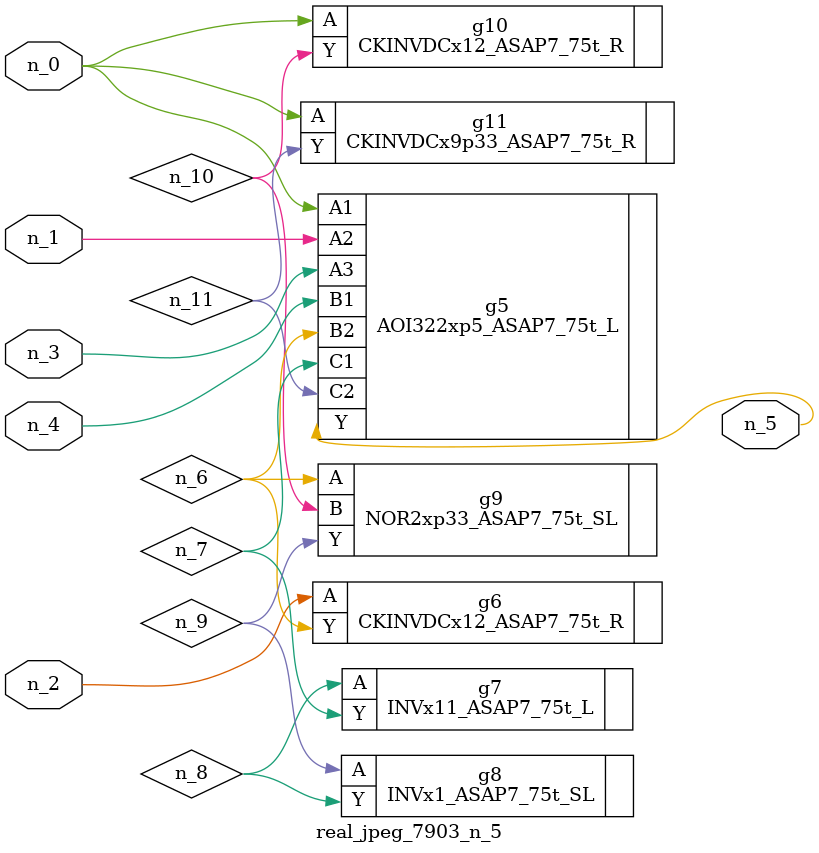
<source format=v>
module real_jpeg_7903_n_5 (n_4, n_0, n_1, n_2, n_3, n_5);

input n_4;
input n_0;
input n_1;
input n_2;
input n_3;

output n_5;

wire n_8;
wire n_11;
wire n_6;
wire n_7;
wire n_10;
wire n_9;

AOI322xp5_ASAP7_75t_L g5 ( 
.A1(n_0),
.A2(n_1),
.A3(n_3),
.B1(n_4),
.B2(n_6),
.C1(n_7),
.C2(n_11),
.Y(n_5)
);

CKINVDCx12_ASAP7_75t_R g10 ( 
.A(n_0),
.Y(n_10)
);

CKINVDCx9p33_ASAP7_75t_R g11 ( 
.A(n_0),
.Y(n_11)
);

CKINVDCx12_ASAP7_75t_R g6 ( 
.A(n_2),
.Y(n_6)
);

NOR2xp33_ASAP7_75t_SL g9 ( 
.A(n_6),
.B(n_10),
.Y(n_9)
);

INVx11_ASAP7_75t_L g7 ( 
.A(n_8),
.Y(n_7)
);

INVx1_ASAP7_75t_SL g8 ( 
.A(n_9),
.Y(n_8)
);


endmodule
</source>
